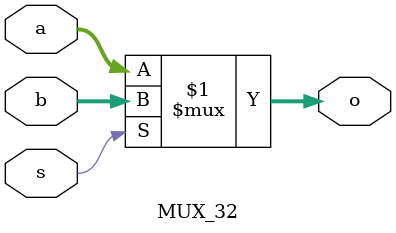
<source format=v>
`timescale 1ns/100ps
module MUX_32(a, b, s, o);

  input [31:0] a;
  input [31:0] b;
  input s;
  
  output [31:0] o;
  
  assign o = (s)?b:a;

endmodule

</source>
